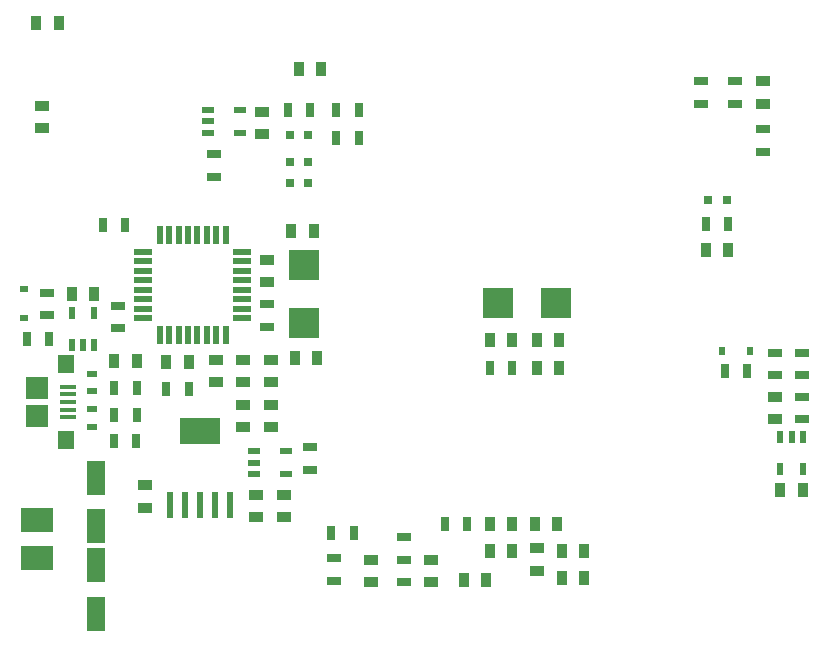
<source format=gtp>
G04*
G04 #@! TF.GenerationSoftware,Altium Limited,Altium Designer,18.1.7 (191)*
G04*
G04 Layer_Color=8421504*
%FSLAX44Y44*%
%MOMM*%
G71*
G01*
G75*
%ADD14R,1.3500X0.4000*%
%ADD15R,1.9000X1.9000*%
%ADD16R,1.4000X1.6000*%
%ADD17R,0.9000X1.3000*%
%ADD18R,0.6000X2.2000*%
%ADD19R,3.5000X2.2000*%
%ADD20R,2.5000X2.6000*%
%ADD21R,2.6000X2.5000*%
%ADD22R,1.0000X0.5500*%
%ADD23R,0.5500X1.0000*%
%ADD24R,1.6000X3.0000*%
%ADD25R,1.3000X0.9000*%
%ADD26R,2.7000X2.0000*%
%ADD27R,0.8000X0.8000*%
%ADD28R,1.5000X0.5500*%
%ADD29R,0.5500X1.5000*%
%ADD30R,0.6858X0.5588*%
%ADD31R,0.5588X0.6858*%
%ADD32R,1.3000X0.7000*%
%ADD33R,0.7000X1.3000*%
%ADD34R,0.9000X0.6000*%
D14*
X48745Y214000D02*
D03*
Y207500D02*
D03*
Y201000D02*
D03*
Y194500D02*
D03*
Y188000D02*
D03*
D15*
X21995Y189000D02*
D03*
Y213000D02*
D03*
D16*
X46495Y233000D02*
D03*
Y169000D02*
D03*
D17*
X445500Y253000D02*
D03*
X464500D02*
D03*
X466500Y75000D02*
D03*
X485500D02*
D03*
X263000Y483000D02*
D03*
X244000D02*
D03*
X405500Y75000D02*
D03*
X424500D02*
D03*
X607500Y329750D02*
D03*
X588500D02*
D03*
X131500Y235000D02*
D03*
X150500D02*
D03*
X237500Y346000D02*
D03*
X256500D02*
D03*
X240500Y238000D02*
D03*
X259500D02*
D03*
X383500Y50000D02*
D03*
X402500D02*
D03*
X21500Y522000D02*
D03*
X40500D02*
D03*
X464500Y230000D02*
D03*
X445500D02*
D03*
X424500Y98000D02*
D03*
X405500D02*
D03*
X443500D02*
D03*
X462500D02*
D03*
X424500Y253000D02*
D03*
X405500D02*
D03*
X651500Y126436D02*
D03*
X670500D02*
D03*
X51500Y292000D02*
D03*
X70500D02*
D03*
X87500Y236000D02*
D03*
X106500D02*
D03*
X485500Y52000D02*
D03*
X466500D02*
D03*
D18*
X135000Y114000D02*
D03*
X147700D02*
D03*
X160400D02*
D03*
X173100D02*
D03*
X185800D02*
D03*
D19*
X160400Y176000D02*
D03*
D20*
X412500Y285000D02*
D03*
X461500D02*
D03*
D21*
X248000Y316500D02*
D03*
Y267500D02*
D03*
D22*
X194000Y429000D02*
D03*
Y448000D02*
D03*
X167000Y429000D02*
D03*
Y438500D02*
D03*
Y448000D02*
D03*
X233000Y140000D02*
D03*
Y159000D02*
D03*
X206000Y140000D02*
D03*
Y149500D02*
D03*
Y159000D02*
D03*
D23*
X70500Y276000D02*
D03*
X51500D02*
D03*
X70500Y249000D02*
D03*
X61000D02*
D03*
X51500D02*
D03*
X651500Y144000D02*
D03*
X670500D02*
D03*
X651500Y171000D02*
D03*
X661000D02*
D03*
X670500D02*
D03*
D24*
X72000Y95500D02*
D03*
Y136500D02*
D03*
Y21500D02*
D03*
Y62500D02*
D03*
D25*
X220000Y236500D02*
D03*
Y217500D02*
D03*
X114000Y130500D02*
D03*
Y111500D02*
D03*
X208000Y122500D02*
D03*
Y103500D02*
D03*
X197000Y236500D02*
D03*
Y217500D02*
D03*
X217000Y302500D02*
D03*
Y321500D02*
D03*
X174000Y236500D02*
D03*
Y217500D02*
D03*
X26000Y432500D02*
D03*
Y451500D02*
D03*
X636840Y472440D02*
D03*
Y453440D02*
D03*
X305000Y48500D02*
D03*
Y67500D02*
D03*
X356000Y48500D02*
D03*
Y67500D02*
D03*
X213000Y446500D02*
D03*
Y427500D02*
D03*
X220000Y179500D02*
D03*
Y198500D02*
D03*
X647000Y205500D02*
D03*
Y186500D02*
D03*
X231000Y103500D02*
D03*
Y122500D02*
D03*
X197000Y198500D02*
D03*
Y179500D02*
D03*
X445500Y77000D02*
D03*
Y58000D02*
D03*
D26*
X22000Y101000D02*
D03*
Y69000D02*
D03*
D27*
X606000Y372000D02*
D03*
X590000D02*
D03*
X252000Y427000D02*
D03*
X236000D02*
D03*
X252000Y404000D02*
D03*
X236000D02*
D03*
X252000Y386080D02*
D03*
X236000D02*
D03*
D28*
X196000Y272000D02*
D03*
Y280000D02*
D03*
Y288000D02*
D03*
Y296000D02*
D03*
Y304000D02*
D03*
Y312000D02*
D03*
Y320000D02*
D03*
Y328000D02*
D03*
X112000D02*
D03*
Y320000D02*
D03*
Y312000D02*
D03*
Y304000D02*
D03*
Y296000D02*
D03*
Y288000D02*
D03*
Y280000D02*
D03*
Y272000D02*
D03*
D29*
X182000Y342000D02*
D03*
X174000D02*
D03*
X166000D02*
D03*
X158000D02*
D03*
X150000D02*
D03*
X142000D02*
D03*
X134000D02*
D03*
X126000D02*
D03*
Y258000D02*
D03*
X134000D02*
D03*
X142000D02*
D03*
X150000D02*
D03*
X158000D02*
D03*
X166000D02*
D03*
X174000D02*
D03*
X182000D02*
D03*
D30*
X11000Y271808D02*
D03*
Y296192D02*
D03*
D31*
X626192Y244000D02*
D03*
X601808D02*
D03*
D32*
X172000Y410500D02*
D03*
Y391500D02*
D03*
X91000Y263500D02*
D03*
Y282500D02*
D03*
X217000Y283500D02*
D03*
Y264500D02*
D03*
X613240Y472440D02*
D03*
Y453440D02*
D03*
X584200Y472440D02*
D03*
Y453440D02*
D03*
X636840Y431800D02*
D03*
Y412800D02*
D03*
X670000Y205500D02*
D03*
Y186500D02*
D03*
X31000Y293500D02*
D03*
Y274500D02*
D03*
X670080Y223500D02*
D03*
Y242500D02*
D03*
X274000Y49500D02*
D03*
Y68500D02*
D03*
X253000Y162500D02*
D03*
Y143500D02*
D03*
X647000Y223500D02*
D03*
Y242500D02*
D03*
X333000Y67500D02*
D03*
Y86500D02*
D03*
Y48500D02*
D03*
Y67500D02*
D03*
D33*
X294500Y447750D02*
D03*
X275500D02*
D03*
X294500Y424750D02*
D03*
X275500D02*
D03*
X78000Y351000D02*
D03*
X97000D02*
D03*
X106500Y213000D02*
D03*
X87500D02*
D03*
X106500Y190000D02*
D03*
X87500D02*
D03*
X106250Y167500D02*
D03*
X87250D02*
D03*
X367500Y98000D02*
D03*
X386500D02*
D03*
X623500Y227000D02*
D03*
X604500D02*
D03*
X234500Y448000D02*
D03*
X253500D02*
D03*
X405500Y230000D02*
D03*
X424500D02*
D03*
X588500Y352000D02*
D03*
X607500D02*
D03*
X32500Y254000D02*
D03*
X13500D02*
D03*
X271500Y90000D02*
D03*
X290500D02*
D03*
X150750Y212000D02*
D03*
X131750D02*
D03*
D34*
X69000Y225000D02*
D03*
Y210000D02*
D03*
Y180000D02*
D03*
Y195000D02*
D03*
M02*

</source>
